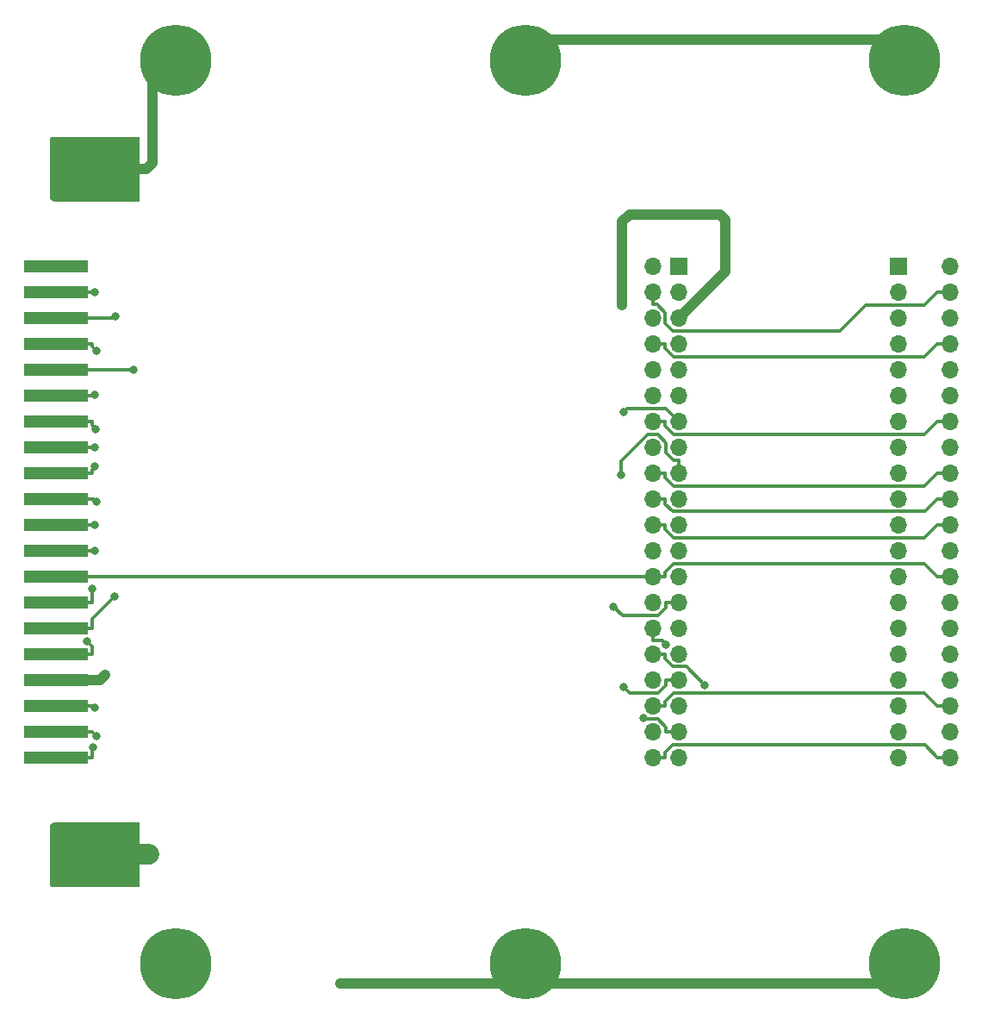
<source format=gbl>
%TF.GenerationSoftware,KiCad,Pcbnew,7.0.10-7.0.10~ubuntu22.04.1*%
%TF.CreationDate,2024-01-31T00:33:20-08:00*%
%TF.ProjectId,r11,7231312e-6b69-4636-9164-5f7063625858,rev?*%
%TF.SameCoordinates,Original*%
%TF.FileFunction,Copper,L2,Bot*%
%TF.FilePolarity,Positive*%
%FSLAX46Y46*%
G04 Gerber Fmt 4.6, Leading zero omitted, Abs format (unit mm)*
G04 Created by KiCad (PCBNEW 7.0.10-7.0.10~ubuntu22.04.1) date 2024-01-31 00:33:20*
%MOMM*%
%LPD*%
G01*
G04 APERTURE LIST*
%TA.AperFunction,ConnectorPad*%
%ADD10R,6.350000X1.270000*%
%TD*%
%TA.AperFunction,ComponentPad*%
%ADD11R,1.700000X1.700000*%
%TD*%
%TA.AperFunction,ComponentPad*%
%ADD12O,1.700000X1.700000*%
%TD*%
%TA.AperFunction,ComponentPad*%
%ADD13C,7.000000*%
%TD*%
%TA.AperFunction,ViaPad*%
%ADD14C,0.800000*%
%TD*%
%TA.AperFunction,Conductor*%
%ADD15C,1.000000*%
%TD*%
%TA.AperFunction,Conductor*%
%ADD16C,0.350000*%
%TD*%
%TA.AperFunction,Conductor*%
%ADD17C,2.000000*%
%TD*%
G04 APERTURE END LIST*
D10*
%TO.P,CMALE,2,Pin_2*%
%TO.N,/a2*%
X56896000Y-42418000D03*
%TO.P,CMALE,4,Pin_4*%
%TO.N,/a4*%
X56896000Y-44958000D03*
%TO.P,CMALE,6,Pin_6*%
%TO.N,/a6*%
X56896000Y-47498000D03*
%TO.P,CMALE,8,Pin_8*%
%TO.N,/a8*%
X56896000Y-50038000D03*
%TO.P,CMALE,10,Pin_10*%
%TO.N,/a10*%
X56896000Y-52578000D03*
%TO.P,CMALE,12,Pin_12*%
%TO.N,/a12*%
X56896000Y-55118000D03*
%TO.P,CMALE,14,Pin_14*%
%TO.N,/a14*%
X56896000Y-57658000D03*
%TO.P,CMALE,16,Pin_16*%
%TO.N,/a16*%
X56896000Y-60198000D03*
%TO.P,CMALE,18,Pin_18*%
%TO.N,/a18*%
X56896000Y-62738000D03*
%TO.P,CMALE,20,Pin_20*%
%TO.N,/a20*%
X56896000Y-65278000D03*
%TO.P,CMALE,22,Pin_22*%
%TO.N,/a22*%
X56896000Y-67818000D03*
%TO.P,CMALE,24,Pin_24*%
%TO.N,/a24*%
X56896000Y-70358000D03*
%TO.P,CMALE,26,Pin_26*%
%TO.N,/a26*%
X56896000Y-72898000D03*
%TO.P,CMALE,28,Pin_28*%
%TO.N,/a28*%
X56896000Y-75438000D03*
%TO.P,CMALE,30,Pin_30*%
%TO.N,/a30*%
X56896000Y-77978000D03*
%TO.P,CMALE,32,Pin_32*%
%TO.N,/a32*%
X56896000Y-80518000D03*
%TO.P,CMALE,34,Pin_34*%
%TO.N,/a34*%
X56896000Y-83058000D03*
%TO.P,CMALE,36,Pin_36*%
%TO.N,/a36*%
X56896000Y-85598000D03*
%TO.P,CMALE,38,Pin_38*%
%TO.N,/a38*%
X56896000Y-88138000D03*
%TO.P,CMALE,40,Pin_40*%
%TO.N,/a40*%
X56896000Y-90678000D03*
%TD*%
D11*
%TO.P,C_FEMALE,1,Pin_1*%
%TO.N,/a1*%
X139700000Y-42418000D03*
D12*
%TO.P,C_FEMALE,2,Pin_2*%
%TO.N,/a2*%
X144780000Y-42418000D03*
%TO.P,C_FEMALE,3,Pin_3*%
%TO.N,/a3*%
X139700000Y-44958000D03*
%TO.P,C_FEMALE,4,Pin_4*%
%TO.N,/a4*%
X144780000Y-44958000D03*
%TO.P,C_FEMALE,5,Pin_5*%
%TO.N,/a5*%
X139700000Y-47498000D03*
%TO.P,C_FEMALE,6,Pin_6*%
%TO.N,/a6*%
X144780000Y-47498000D03*
%TO.P,C_FEMALE,7,Pin_7*%
%TO.N,/a7*%
X139700000Y-50038000D03*
%TO.P,C_FEMALE,8,Pin_8*%
%TO.N,/a8*%
X144780000Y-50038000D03*
%TO.P,C_FEMALE,9,Pin_9*%
%TO.N,/a9*%
X139700000Y-52578000D03*
%TO.P,C_FEMALE,10,Pin_10*%
%TO.N,/a10*%
X144780000Y-52578000D03*
%TO.P,C_FEMALE,11,Pin_11*%
%TO.N,/a11*%
X139700000Y-55118000D03*
%TO.P,C_FEMALE,12,Pin_12*%
%TO.N,/a12*%
X144780000Y-55118000D03*
%TO.P,C_FEMALE,13,Pin_13*%
%TO.N,/a13*%
X139700000Y-57658000D03*
%TO.P,C_FEMALE,14,Pin_14*%
%TO.N,/a14*%
X144780000Y-57658000D03*
%TO.P,C_FEMALE,15,Pin_15*%
%TO.N,/a15*%
X139700000Y-60198000D03*
%TO.P,C_FEMALE,16,Pin_16*%
%TO.N,/a16*%
X144780000Y-60198000D03*
%TO.P,C_FEMALE,17,Pin_17*%
%TO.N,/a17*%
X139700000Y-62738000D03*
%TO.P,C_FEMALE,18,Pin_18*%
%TO.N,/a18*%
X144780000Y-62738000D03*
%TO.P,C_FEMALE,19,Pin_19*%
%TO.N,/a19*%
X139700000Y-65278000D03*
%TO.P,C_FEMALE,20,Pin_20*%
%TO.N,/a20*%
X144780000Y-65278000D03*
%TO.P,C_FEMALE,21,Pin_21*%
%TO.N,/a21*%
X139700000Y-67818000D03*
%TO.P,C_FEMALE,22,Pin_22*%
%TO.N,/a22*%
X144780000Y-67818000D03*
%TO.P,C_FEMALE,23,Pin_23*%
%TO.N,/a23*%
X139700000Y-70358000D03*
%TO.P,C_FEMALE,24,Pin_24*%
%TO.N,/a24*%
X144780000Y-70358000D03*
%TO.P,C_FEMALE,25,Pin_25*%
%TO.N,/a25*%
X139700000Y-72898000D03*
%TO.P,C_FEMALE,26,Pin_26*%
%TO.N,/a26*%
X144780000Y-72898000D03*
%TO.P,C_FEMALE,27,Pin_27*%
%TO.N,/a27*%
X139700000Y-75438000D03*
%TO.P,C_FEMALE,28,Pin_28*%
%TO.N,/a28*%
X144780000Y-75438000D03*
%TO.P,C_FEMALE,29,Pin_29*%
%TO.N,/a29*%
X139700000Y-77978000D03*
%TO.P,C_FEMALE,30,Pin_30*%
%TO.N,/a30*%
X144780000Y-77978000D03*
%TO.P,C_FEMALE,31,Pin_31*%
%TO.N,/a31*%
X139700000Y-80518000D03*
%TO.P,C_FEMALE,32,Pin_32*%
%TO.N,/a32*%
X144780000Y-80518000D03*
%TO.P,C_FEMALE,33,Pin_33*%
%TO.N,/a33*%
X139700000Y-83058000D03*
%TO.P,C_FEMALE,34,Pin_34*%
%TO.N,/a34*%
X144780000Y-83058000D03*
%TO.P,C_FEMALE,35,Pin_35*%
%TO.N,/a35*%
X139700000Y-85598000D03*
%TO.P,C_FEMALE,36,Pin_36*%
%TO.N,/a36*%
X144780000Y-85598000D03*
%TO.P,C_FEMALE,37,Pin_37*%
%TO.N,/a37*%
X139700000Y-88138000D03*
%TO.P,C_FEMALE,38,Pin_38*%
%TO.N,/a38*%
X144780000Y-88138000D03*
%TO.P,C_FEMALE,39,Pin_39*%
%TO.N,/a39*%
X139700000Y-90678000D03*
%TO.P,C_FEMALE,40,Pin_40*%
%TO.N,/a40*%
X144780000Y-90678000D03*
%TD*%
%TO.P,C_EXT,40,Pin_40*%
%TO.N,/a40*%
X115570000Y-90678000D03*
%TO.P,C_EXT,39,Pin_39*%
%TO.N,/a39*%
X118110000Y-90678000D03*
%TO.P,C_EXT,38,Pin_38*%
%TO.N,/a38*%
X115570000Y-88138000D03*
%TO.P,C_EXT,37,Pin_37*%
%TO.N,/a37*%
X118110000Y-88138000D03*
%TO.P,C_EXT,36,Pin_36*%
%TO.N,/a36*%
X115570000Y-85598000D03*
%TO.P,C_EXT,35,Pin_35*%
%TO.N,/a35*%
X118110000Y-85598000D03*
%TO.P,C_EXT,34,Pin_34*%
%TO.N,/a34*%
X115570000Y-83058000D03*
%TO.P,C_EXT,33,Pin_33*%
%TO.N,/a33*%
X118110000Y-83058000D03*
%TO.P,C_EXT,32,Pin_32*%
%TO.N,/a32*%
X115570000Y-80518000D03*
%TO.P,C_EXT,31,Pin_31*%
%TO.N,/a31*%
X118110000Y-80518000D03*
%TO.P,C_EXT,30,Pin_30*%
%TO.N,/a30*%
X115570000Y-77978000D03*
%TO.P,C_EXT,29,Pin_29*%
%TO.N,/a29*%
X118110000Y-77978000D03*
%TO.P,C_EXT,28,Pin_28*%
%TO.N,/a28*%
X115570000Y-75438000D03*
%TO.P,C_EXT,27,Pin_27*%
%TO.N,/a27*%
X118110000Y-75438000D03*
%TO.P,C_EXT,26,Pin_26*%
%TO.N,/a26*%
X115570000Y-72898000D03*
%TO.P,C_EXT,25,Pin_25*%
%TO.N,/a25*%
X118110000Y-72898000D03*
%TO.P,C_EXT,24,Pin_24*%
%TO.N,/a24*%
X115570000Y-70358000D03*
%TO.P,C_EXT,23,Pin_23*%
%TO.N,/a23*%
X118110000Y-70358000D03*
%TO.P,C_EXT,22,Pin_22*%
%TO.N,/a22*%
X115570000Y-67818000D03*
%TO.P,C_EXT,21,Pin_21*%
%TO.N,/a21*%
X118110000Y-67818000D03*
%TO.P,C_EXT,20,Pin_20*%
%TO.N,/a20*%
X115570000Y-65278000D03*
%TO.P,C_EXT,19,Pin_19*%
%TO.N,/a19*%
X118110000Y-65278000D03*
%TO.P,C_EXT,18,Pin_18*%
%TO.N,/a18*%
X115570000Y-62738000D03*
%TO.P,C_EXT,17,Pin_17*%
%TO.N,/a17*%
X118110000Y-62738000D03*
%TO.P,C_EXT,16,Pin_16*%
%TO.N,/a16*%
X115570000Y-60198000D03*
%TO.P,C_EXT,15,Pin_15*%
%TO.N,/a15*%
X118110000Y-60198000D03*
%TO.P,C_EXT,14,Pin_14*%
%TO.N,/a14*%
X115570000Y-57658000D03*
%TO.P,C_EXT,13,Pin_13*%
%TO.N,/a13*%
X118110000Y-57658000D03*
%TO.P,C_EXT,12,Pin_12*%
%TO.N,/a12*%
X115570000Y-55118000D03*
%TO.P,C_EXT,11,Pin_11*%
%TO.N,/a11*%
X118110000Y-55118000D03*
%TO.P,C_EXT,10,Pin_10*%
%TO.N,/a10*%
X115570000Y-52578000D03*
%TO.P,C_EXT,9,Pin_9*%
%TO.N,/a9*%
X118110000Y-52578000D03*
%TO.P,C_EXT,8,Pin_8*%
%TO.N,/a8*%
X115570000Y-50038000D03*
%TO.P,C_EXT,7,Pin_7*%
%TO.N,/a7*%
X118110000Y-50038000D03*
%TO.P,C_EXT,6,Pin_6*%
%TO.N,/a6*%
X115570000Y-47498000D03*
%TO.P,C_EXT,5,Pin_5*%
%TO.N,/a5*%
X118110000Y-47498000D03*
%TO.P,C_EXT,4,Pin_4*%
%TO.N,/a4*%
X115570000Y-44958000D03*
%TO.P,C_EXT,3,Pin_3*%
%TO.N,/a3*%
X118110000Y-44958000D03*
%TO.P,C_EXT,2,Pin_2*%
%TO.N,/a2*%
X115570000Y-42418000D03*
D11*
%TO.P,C_EXT,1,Pin_1*%
%TO.N,/a1*%
X118110000Y-42418000D03*
%TD*%
D13*
%TO.P,GND2,1*%
%TO.N,GND*%
X103106000Y-22148000D03*
%TD*%
%TO.P,GND4,1*%
%TO.N,GND*%
X68706000Y-110948000D03*
%TD*%
%TO.P,GND1,1*%
%TO.N,GND*%
X68706000Y-22148000D03*
%TD*%
%TO.P,GND3,1*%
%TO.N,GND*%
X140356000Y-22148000D03*
%TD*%
%TO.P,GND6,1*%
%TO.N,GND*%
X140356000Y-110948000D03*
%TD*%
%TO.P,GND5,1*%
%TO.N,GND*%
X103106000Y-110948000D03*
%TD*%
D14*
%TO.N,/a40*%
X60556800Y-89636000D03*
%TO.N,/a38*%
X60863100Y-88558400D03*
%TO.N,/a36*%
X60740800Y-85791200D03*
%TO.N,/a34*%
X61722000Y-82550000D03*
%TO.N,/a32*%
X120668100Y-83548500D03*
X59969000Y-79248000D03*
%TO.N,/a30*%
X62703200Y-74825300D03*
X116904100Y-79574200D03*
%TO.N,/a28*%
X60447900Y-74048400D03*
%TO.N,/a24*%
X60702800Y-70396000D03*
%TO.N,/a22*%
X60703000Y-67818000D03*
%TO.N,/a20*%
X60867100Y-65503300D03*
%TO.N,/a18*%
X60735800Y-62103000D03*
%TO.N,/a16*%
X60722000Y-60198000D03*
%TO.N,/a14*%
X60851700Y-58384100D03*
%TO.N,/a12*%
X60702800Y-55002400D03*
%TO.N,/a10*%
X64516000Y-52578000D03*
%TO.N,/a8*%
X60878600Y-50737200D03*
%TO.N,/a6*%
X62738000Y-47308000D03*
%TO.N,/a4*%
X60722000Y-44958000D03*
%TO.N,/a37*%
X114681500Y-86815000D03*
%TO.N,/a33*%
X112741500Y-83732800D03*
%TO.N,/a27*%
X111710500Y-75822900D03*
%TO.N,/a17*%
X112472300Y-62879900D03*
%TO.N,/a13*%
X112741500Y-56745500D03*
%TO.N,/a5*%
X112561200Y-46208000D03*
%TD*%
D15*
%TO.N,/a34*%
X61722000Y-82550000D02*
X61214000Y-83058000D01*
X61214000Y-83058000D02*
X56896000Y-83058000D01*
D16*
%TO.N,/a10*%
X56896000Y-52578000D02*
X64516000Y-52578000D01*
D15*
%TO.N,/a5*%
X112561200Y-46208000D02*
X112561200Y-38060800D01*
X112561200Y-38060800D02*
X113284000Y-37338000D01*
X113284000Y-37338000D02*
X122174000Y-37338000D01*
X122174000Y-37338000D02*
X122682000Y-37846000D01*
X122682000Y-37846000D02*
X122682000Y-42926000D01*
X122682000Y-42926000D02*
X118110000Y-47498000D01*
D16*
%TO.N,/a4*%
X115570000Y-44958000D02*
X115570000Y-46184900D01*
X115570000Y-46184900D02*
X116030200Y-46184900D01*
X116030200Y-46184900D02*
X116796900Y-46951600D01*
X116796900Y-46951600D02*
X116796900Y-48007000D01*
X116796900Y-48007000D02*
X117557900Y-48768000D01*
X117557900Y-48768000D02*
X133989800Y-48768000D01*
X133989800Y-48768000D02*
X136529800Y-46228000D01*
X142283100Y-46228000D02*
X143553100Y-44958000D01*
X144780000Y-44958000D02*
X143553100Y-44958000D01*
%TO.N,/a6*%
X62738000Y-47308000D02*
X62548000Y-47498000D01*
X62548000Y-47498000D02*
X56896000Y-47498000D01*
%TO.N,/a40*%
X60447900Y-89744900D02*
X60556800Y-89636000D01*
X60447900Y-90678000D02*
X60447900Y-89744900D01*
X56896000Y-90678000D02*
X60447900Y-90678000D01*
X116796900Y-90169600D02*
X116796900Y-90678000D01*
X117515400Y-89451100D02*
X116796900Y-90169600D01*
X142326200Y-89451100D02*
X117515400Y-89451100D01*
X143553100Y-90678000D02*
X142326200Y-89451100D01*
X144780000Y-90678000D02*
X143553100Y-90678000D01*
X115570000Y-90678000D02*
X116796900Y-90678000D01*
%TO.N,/a38*%
X60447900Y-88143200D02*
X60863100Y-88558400D01*
X60447900Y-88138000D02*
X60447900Y-88143200D01*
X56896000Y-88138000D02*
X60447900Y-88138000D01*
%TO.N,/a36*%
X115570000Y-85598000D02*
X116796900Y-85598000D01*
X144780000Y-85598000D02*
X143553100Y-85598000D01*
X60547600Y-85598000D02*
X60740800Y-85791200D01*
X56896000Y-85598000D02*
X60547600Y-85598000D01*
X142283100Y-84328000D02*
X143553100Y-85598000D01*
X117606800Y-84328000D02*
X142283100Y-84328000D01*
X116796900Y-85137900D02*
X117606800Y-84328000D01*
X116796900Y-85598000D02*
X116796900Y-85137900D01*
%TO.N,/a32*%
X118864500Y-81744900D02*
X120668100Y-83548500D01*
X117563600Y-81744900D02*
X118864500Y-81744900D01*
X116796900Y-80978200D02*
X117563600Y-81744900D01*
X116796900Y-80518000D02*
X116796900Y-80978200D01*
X115570000Y-80518000D02*
X116796900Y-80518000D01*
X56896000Y-80518000D02*
X60447900Y-80518000D01*
X60447900Y-79726900D02*
X60447900Y-80518000D01*
X59969000Y-79248000D02*
X60447900Y-79726900D01*
%TO.N,/a30*%
X60447900Y-77080600D02*
X62703200Y-74825300D01*
X60447900Y-77978000D02*
X60447900Y-77080600D01*
X56896000Y-77978000D02*
X60447900Y-77978000D01*
X116534800Y-79204900D02*
X116904100Y-79574200D01*
X115570000Y-79204900D02*
X116534800Y-79204900D01*
X115570000Y-77978000D02*
X115570000Y-79204900D01*
%TO.N,/a28*%
X56896000Y-75438000D02*
X60447900Y-75438000D01*
X60447900Y-75438000D02*
X60447900Y-74048400D01*
%TO.N,/a26*%
X144780000Y-72898000D02*
X143553100Y-72898000D01*
X56896000Y-72898000D02*
X115570000Y-72898000D01*
X142283100Y-71628000D02*
X143553100Y-72898000D01*
X117606800Y-71628000D02*
X142283100Y-71628000D01*
X116796900Y-72437900D02*
X117606800Y-71628000D01*
X116796900Y-72898000D02*
X116796900Y-72437900D01*
X115570000Y-72898000D02*
X116796900Y-72898000D01*
%TO.N,/a24*%
X60664800Y-70358000D02*
X60702800Y-70396000D01*
X56896000Y-70358000D02*
X60664800Y-70358000D01*
%TO.N,/a22*%
X56896000Y-67818000D02*
X60703000Y-67818000D01*
X142283100Y-69088000D02*
X143553100Y-67818000D01*
X117606800Y-69088000D02*
X142283100Y-69088000D01*
X116796900Y-68278100D02*
X117606800Y-69088000D01*
X116796900Y-67818000D02*
X116796900Y-68278100D01*
X115570000Y-67818000D02*
X116796900Y-67818000D01*
X144780000Y-67818000D02*
X143553100Y-67818000D01*
%TO.N,/a20*%
X116796900Y-65786400D02*
X116796900Y-65278000D01*
X117515400Y-66504900D02*
X116796900Y-65786400D01*
X142326200Y-66504900D02*
X117515400Y-66504900D01*
X143553100Y-65278000D02*
X142326200Y-66504900D01*
X144780000Y-65278000D02*
X143553100Y-65278000D01*
X115570000Y-65278000D02*
X116796900Y-65278000D01*
X60641800Y-65278000D02*
X60867100Y-65503300D01*
X56896000Y-65278000D02*
X60641800Y-65278000D01*
%TO.N,/a18*%
X142283100Y-64008000D02*
X143553100Y-62738000D01*
X117606800Y-64008000D02*
X142283100Y-64008000D01*
X116796900Y-63198100D02*
X117606800Y-64008000D01*
X116796900Y-62738000D02*
X116796900Y-63198100D01*
X115570000Y-62738000D02*
X116796900Y-62738000D01*
X144780000Y-62738000D02*
X143553100Y-62738000D01*
X60447900Y-62390900D02*
X60735800Y-62103000D01*
X60447900Y-62738000D02*
X60447900Y-62390900D01*
X56896000Y-62738000D02*
X60447900Y-62738000D01*
%TO.N,/a16*%
X56896000Y-60198000D02*
X60722000Y-60198000D01*
%TO.N,/a14*%
X56896000Y-57658000D02*
X60447900Y-57658000D01*
X60447900Y-57980300D02*
X60851700Y-58384100D01*
X60447900Y-57658000D02*
X60447900Y-57980300D01*
X142283100Y-58928000D02*
X143553100Y-57658000D01*
X117606800Y-58928000D02*
X142283100Y-58928000D01*
X116796900Y-58118100D02*
X117606800Y-58928000D01*
X116796900Y-57658000D02*
X116796900Y-58118100D01*
X115570000Y-57658000D02*
X116796900Y-57658000D01*
X144780000Y-57658000D02*
X143553100Y-57658000D01*
%TO.N,/a12*%
X60587200Y-55118000D02*
X60702800Y-55002400D01*
X56896000Y-55118000D02*
X60587200Y-55118000D01*
%TO.N,/a8*%
X56896000Y-50038000D02*
X60447900Y-50038000D01*
X60447900Y-50306500D02*
X60878600Y-50737200D01*
X60447900Y-50038000D02*
X60447900Y-50306500D01*
X142283100Y-51308000D02*
X143553100Y-50038000D01*
X117606800Y-51308000D02*
X142283100Y-51308000D01*
X116796900Y-50498100D02*
X117606800Y-51308000D01*
X116796900Y-50038000D02*
X116796900Y-50498100D01*
X115570000Y-50038000D02*
X116796900Y-50038000D01*
X144780000Y-50038000D02*
X143553100Y-50038000D01*
%TO.N,/a4*%
X56896000Y-44958000D02*
X60722000Y-44958000D01*
X136529800Y-46228000D02*
X142283100Y-46228000D01*
%TO.N,/a37*%
X114777600Y-86911100D02*
X114681500Y-86815000D01*
X116116400Y-86911100D02*
X114777600Y-86911100D01*
X116883100Y-87677800D02*
X116116400Y-86911100D01*
X116883100Y-88138000D02*
X116883100Y-87677800D01*
X118110000Y-88138000D02*
X116883100Y-88138000D01*
%TO.N,/a33*%
X113300000Y-84291300D02*
X112741500Y-83732800D01*
X116123700Y-84291300D02*
X113300000Y-84291300D01*
X116883100Y-83531900D02*
X116123700Y-84291300D01*
X116883100Y-83058000D02*
X116883100Y-83531900D01*
X118110000Y-83058000D02*
X116883100Y-83058000D01*
%TO.N,/a27*%
X116883100Y-75946400D02*
X116883100Y-75438000D01*
X116121500Y-76708000D02*
X116883100Y-75946400D01*
X112595600Y-76708000D02*
X116121500Y-76708000D01*
X111710500Y-75822900D02*
X112595600Y-76708000D01*
X118110000Y-75438000D02*
X116883100Y-75438000D01*
%TO.N,/a17*%
X118110000Y-62738000D02*
X118110000Y-61511100D01*
X112472300Y-61546500D02*
X112472300Y-62879900D01*
X115090800Y-58928000D02*
X112472300Y-61546500D01*
X116071800Y-58928000D02*
X115090800Y-58928000D01*
X116883100Y-59739300D02*
X116071800Y-58928000D01*
X116883100Y-60744400D02*
X116883100Y-59739300D01*
X117649800Y-61511100D02*
X116883100Y-60744400D01*
X118110000Y-61511100D02*
X117649800Y-61511100D01*
%TO.N,/a13*%
X113099000Y-56388000D02*
X112741500Y-56745500D01*
X116840000Y-56388000D02*
X113099000Y-56388000D01*
X118110000Y-57658000D02*
X116840000Y-56388000D01*
D17*
%TO.N,GND*%
X66060000Y-100203000D02*
X61361000Y-100203000D01*
D15*
X105061000Y-112903000D02*
X103106000Y-110948000D01*
X138401000Y-112903000D02*
X105061000Y-112903000D01*
X140356000Y-110948000D02*
X138401000Y-112903000D01*
X138401000Y-20193000D02*
X140356000Y-22148000D01*
X105061000Y-20193000D02*
X138401000Y-20193000D01*
X103106000Y-22148000D02*
X105061000Y-20193000D01*
X65806000Y-32893000D02*
X61996000Y-32893000D01*
X66441000Y-32258000D02*
X65806000Y-32893000D01*
X66441000Y-23468000D02*
X66441000Y-32258000D01*
X67761000Y-22148000D02*
X66441000Y-23468000D01*
X68706000Y-22148000D02*
X67761000Y-22148000D01*
X101366000Y-112903000D02*
X84856000Y-112903000D01*
X103106000Y-111163000D02*
X101366000Y-112903000D01*
X103106000Y-110948000D02*
X103106000Y-111163000D01*
%TD*%
%TA.AperFunction,Conductor*%
%TO.N,GND*%
G36*
X65113121Y-97048002D02*
G01*
X65159614Y-97101658D01*
X65171000Y-97154000D01*
X65171000Y-103252000D01*
X65150998Y-103320121D01*
X65097342Y-103366614D01*
X65045000Y-103378000D01*
X56496779Y-103378000D01*
X56428658Y-103357998D01*
X56390091Y-103319035D01*
X56371120Y-103288842D01*
X56361399Y-103270025D01*
X56339698Y-103217634D01*
X56337186Y-103211054D01*
X56325895Y-103178785D01*
X56319907Y-103153635D01*
X56309611Y-103075429D01*
X56309338Y-103073190D01*
X56307292Y-103055023D01*
X56306500Y-103040922D01*
X56306500Y-97555076D01*
X56307292Y-97540971D01*
X56309338Y-97522809D01*
X56309624Y-97520469D01*
X56319907Y-97442361D01*
X56325893Y-97417218D01*
X56337194Y-97384921D01*
X56339684Y-97378399D01*
X56361404Y-97325961D01*
X56371115Y-97307164D01*
X56391318Y-97275012D01*
X56398034Y-97265358D01*
X56430451Y-97223111D01*
X56441298Y-97210743D01*
X56468743Y-97183298D01*
X56481111Y-97172451D01*
X56523363Y-97140030D01*
X56533012Y-97133318D01*
X56565164Y-97113115D01*
X56583961Y-97103404D01*
X56636399Y-97081684D01*
X56642921Y-97079194D01*
X56675218Y-97067893D01*
X56700361Y-97061907D01*
X56778521Y-97051617D01*
X56780759Y-97051344D01*
X56798971Y-97049291D01*
X56813076Y-97048500D01*
X62280842Y-97048500D01*
X62280985Y-97048528D01*
X62280986Y-97048524D01*
X62305997Y-97048539D01*
X62306000Y-97048541D01*
X62306383Y-97048383D01*
X62306383Y-97048381D01*
X62329653Y-97038783D01*
X62331131Y-97042367D01*
X62352132Y-97030890D01*
X62378964Y-97028000D01*
X65045000Y-97028000D01*
X65113121Y-97048002D01*
G37*
%TD.AperFunction*%
%TD*%
%TA.AperFunction,Conductor*%
%TO.N,GND*%
G36*
X65113121Y-29738002D02*
G01*
X65159614Y-29791658D01*
X65171000Y-29844000D01*
X65171000Y-35942000D01*
X65150998Y-36010121D01*
X65097342Y-36056614D01*
X65045000Y-36068000D01*
X62378949Y-36068000D01*
X62331005Y-36053922D01*
X62329654Y-36057204D01*
X62306305Y-36047584D01*
X62306096Y-36047498D01*
X62306002Y-36047459D01*
X62281048Y-36047459D01*
X62280842Y-36047500D01*
X56813075Y-36047500D01*
X56798963Y-36046707D01*
X56780828Y-36044663D01*
X56778494Y-36044378D01*
X56700371Y-36034093D01*
X56675200Y-36028100D01*
X56642965Y-36016820D01*
X56636364Y-36014300D01*
X56583975Y-35992600D01*
X56565158Y-35982879D01*
X56533027Y-35962690D01*
X56523358Y-35955964D01*
X56481118Y-35923552D01*
X56468727Y-35912685D01*
X56441313Y-35885271D01*
X56430446Y-35872880D01*
X56398034Y-35830640D01*
X56391308Y-35820971D01*
X56371119Y-35788840D01*
X56361400Y-35770028D01*
X56339694Y-35717624D01*
X56337186Y-35711054D01*
X56325895Y-35678785D01*
X56319907Y-35653635D01*
X56309611Y-35575429D01*
X56309338Y-35573190D01*
X56307292Y-35555023D01*
X56306500Y-35540922D01*
X56306500Y-30055076D01*
X56307292Y-30040971D01*
X56309338Y-30022809D01*
X56309624Y-30020469D01*
X56319907Y-29942361D01*
X56325893Y-29917218D01*
X56337194Y-29884921D01*
X56339684Y-29878399D01*
X56361405Y-29825961D01*
X56371115Y-29807164D01*
X56390092Y-29776962D01*
X56443269Y-29729927D01*
X56496778Y-29718000D01*
X65045000Y-29718000D01*
X65113121Y-29738002D01*
G37*
%TD.AperFunction*%
%TD*%
M02*

</source>
